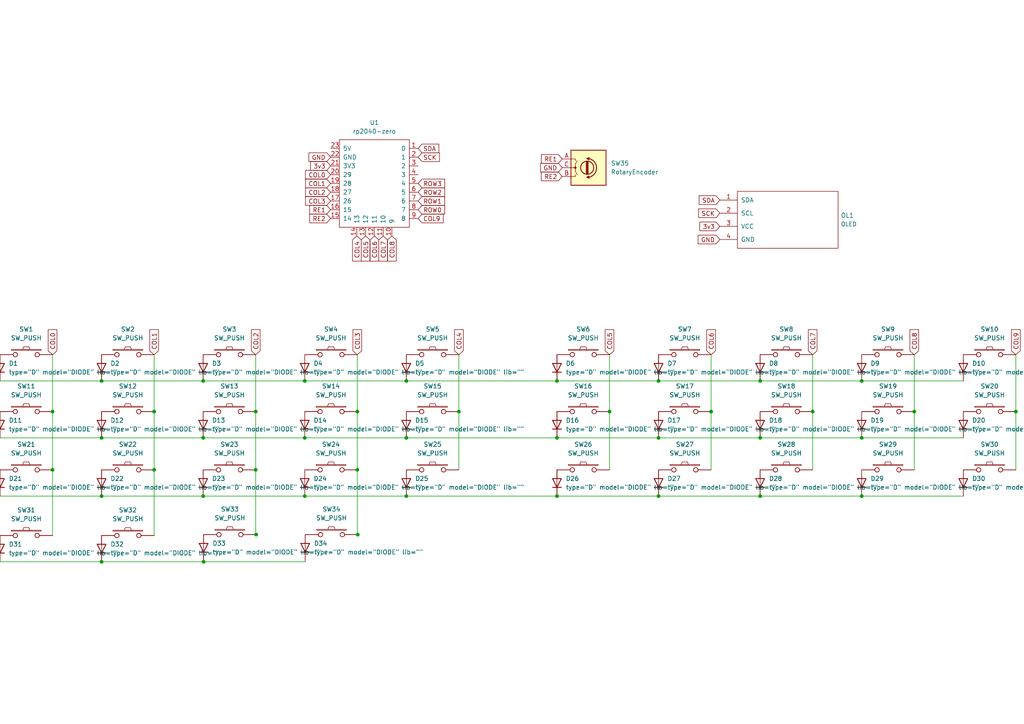
<source format=kicad_sch>
(kicad_sch (version 20211123) (generator eeschema)
  (paper "A4")
  (lib_symbols
    (symbol "Device:RotaryEncoder" (pin_names (offset 0.254) hide)
      (property "Reference" "SW" (at 0 6.604 0))
      (property "Value" "RotaryEncoder" (at 0 -6.604 0))
      (symbol "RotaryEncoder_0_1"
        (rectangle (start -5.08 5.08) (end 5.08 -5.08) (stroke (width 0.254)) (fill (type background)))
        (circle (center -3.81 0) (radius 0.254) (fill (type outline)))
        (arc (start -0.381 -2.794) (mid 2.3622 -0.0508) (end -0.381 2.667) (stroke (width 0.254)))
        (circle (center -0.381 0) (radius 1.905) (stroke (width 0.254)))
        (polyline (pts (xy -0.635 -1.778) (xy -0.635 1.778)) (stroke (width 0.254)))
        (polyline (pts (xy -0.381 -1.778) (xy -0.381 1.778)) (stroke (width 0.254)))
        (polyline (pts (xy -0.127 1.778) (xy -0.127 -1.778)) (stroke (width 0.254)))
        (polyline (pts (xy -5.08 -2.54) (xy -3.81 -2.54) (xy -3.81 -2.032)))
        (polyline (pts (xy -5.08 2.54) (xy -3.81 2.54) (xy -3.81 2.032)))
        (polyline (pts (xy 0.254 -3.048) (xy -0.508 -2.794) (xy 0.127 -2.413)) (stroke (width 0.254)))
        (polyline (pts (xy 0.254 2.921) (xy -0.508 2.667) (xy 0.127 2.286)) (stroke (width 0.254)))
        (polyline (pts (xy -5.08 0) (xy -3.81 0) (xy -3.81 -1.016) (xy -3.302 -2.032)))
        (polyline (pts (xy -4.318 0) (xy -3.81 0) (xy -3.81 1.016) (xy -3.302 2.032)))
      )
      (symbol "RotaryEncoder_1_1"
        (pin passive line (at -7.62 2.54 0) (length 2.54) (name "A") (number "A"))
        (pin passive line (at -7.62 -2.54 0) (length 2.54) (name "B") (number "B"))
        (pin passive line (at -7.62 0 0) (length 2.54) (name "C") (number "C"))
      )
    )
    (symbol "Simulation_SPICE:DIODE" (pin_numbers hide) (pin_names (offset 1.016) hide)
      (property "Reference" "D" (at 0 2.54 0))
      (property "Value" "DIODE" (at 0 -2.54 0))
      (symbol "DIODE_0_1"
        (polyline (pts (xy 1.27 0) (xy -1.27 0)))
        (polyline (pts (xy 1.27 1.27) (xy 1.27 -1.27)) (stroke (width 0.254)))
        (polyline (pts (xy -1.27 -1.27) (xy -1.27 1.27) (xy 1.27 0) (xy -1.27 -1.27)) (stroke (width 0.254)))
      )
      (symbol "DIODE_1_1"
        (pin passive line (at -3.81 0 0) (length 2.54) (name "A") (number "1"))
        (pin passive line (at 3.81 0 180) (length 2.54) (name "K") (number "2"))
      )
    )
    (symbol "kbd:OLED" (pin_names (offset 1.016))
      (property "Reference" "OL" (at 0 2.54 0))
      (property "Value" "OLED" (at 0 -1.27 0))
      (symbol "OLED_0_1"
        (rectangle (start -13.97 8.89) (end 15.24 -7.62))
      )
      (symbol "OLED_1_1"
        (pin bidirectional line (at -19.05 6.35 0) (length 5.08) (name "SDA") (number "1"))
        (pin bidirectional line (at -19.05 2.54 0) (length 5.08) (name "SCL") (number "2"))
        (pin power_in line (at -19.05 -1.27 0) (length 5.08) (name "VCC") (number "3"))
        (pin power_in line (at -19.05 -5.08 0) (length 5.08) (name "GND") (number "4"))
      )
    )
    (symbol "kbd:SW_PUSH" (pin_numbers hide) (pin_names (offset 1.016) hide)
      (property "Reference" "SW" (at 3.81 2.794 0))
      (property "Value" "SW_PUSH" (at 0 -2.032 0))
      (symbol "SW_PUSH_0_1"
        (rectangle (start -4.318 1.27) (end 4.318 1.524))
        (polyline (pts (xy -1.016 1.524) (xy -0.762 2.286) (xy 0.762 2.286) (xy 1.016 1.524)))
        (pin passive inverted (at -7.62 0 0) (length 5.08) (name "1") (number "1"))
        (pin passive inverted (at 7.62 0 180) (length 5.08) (name "2") (number "2"))
      )
    )
    (symbol "mcu:rp2040-zero" (pin_names (offset 1.016))
      (property "Reference" "U" (at 0 15.24 0))
      (property "Value" "rp2040-zero" (at 0 12.7 0))
      (symbol "rp2040-zero_0_1"
        (rectangle (start -10.16 11.43) (end 10.16 -13.97))
      )
      (symbol "rp2040-zero_1_1"
        (pin bidirectional line (at 12.7 8.89 180) (length 2.54) (name "0") (number "1"))
        (pin bidirectional line (at 5.08 -16.51 90) (length 2.54) (name "9") (number "10"))
        (pin bidirectional line (at 2.54 -16.51 90) (length 2.54) (name "10") (number "11"))
        (pin bidirectional line (at 0 -16.51 90) (length 2.54) (name "11") (number "12"))
        (pin bidirectional line (at -2.54 -16.51 90) (length 2.54) (name "12") (number "13"))
        (pin bidirectional line (at -5.08 -16.51 90) (length 2.54) (name "13") (number "14"))
        (pin bidirectional line (at -12.7 -11.43 0) (length 2.54) (name "14") (number "15"))
        (pin bidirectional line (at -12.7 -8.89 0) (length 2.54) (name "15") (number "16"))
        (pin bidirectional line (at -12.7 -6.35 0) (length 2.54) (name "26") (number "17"))
        (pin bidirectional line (at -12.7 -3.81 0) (length 2.54) (name "27") (number "18"))
        (pin bidirectional line (at -12.7 -1.27 0) (length 2.54) (name "28") (number "19"))
        (pin bidirectional line (at 12.7 6.35 180) (length 2.54) (name "1") (number "2"))
        (pin bidirectional line (at -12.7 1.27 0) (length 2.54) (name "29") (number "20"))
        (pin power_out line (at -12.7 3.81 0) (length 2.54) (name "3V3") (number "21"))
        (pin power_out line (at -12.7 6.35 0) (length 2.54) (name "GND") (number "22"))
        (pin power_out line (at -12.7 8.89 0) (length 2.54) (name "5V") (number "23"))
        (pin bidirectional line (at 12.7 3.81 180) (length 2.54) (name "2") (number "3"))
        (pin bidirectional line (at 12.7 1.27 180) (length 2.54) (name "3") (number "4"))
        (pin bidirectional line (at 12.7 -1.27 180) (length 2.54) (name "4") (number "5"))
        (pin bidirectional line (at 12.7 -3.81 180) (length 2.54) (name "5") (number "6"))
        (pin bidirectional line (at 12.7 -6.35 180) (length 2.54) (name "6") (number "7"))
        (pin bidirectional line (at 12.7 -8.89 180) (length 2.54) (name "7") (number "8"))
        (pin bidirectional line (at 12.7 -11.43 180) (length 2.54) (name "8") (number "9"))
      )
    )
  )
  (junction (at 29.464 127))
  (junction (at 74.295 155.067))
  (junction (at 15.24 136.271))
  (junction (at 103.632 136.271))
  (junction (at 191.008 127))
  (junction (at 88.392 127))
  (junction (at 191.008 110.49))
  (junction (at 220.472 143.891))
  (junction (at 74.168 136.271))
  (junction (at 161.544 143.891))
  (junction (at 117.856 143.891))
  (junction (at 58.928 143.891))
  (junction (at 206.248 119.38))
  (junction (at 29.464 162.941))
  (junction (at 249.936 110.49))
  (junction (at 265.176 119.38))
  (junction (at 161.544 127))
  (junction (at 117.856 127))
  (junction (at 44.704 136.271))
  (junction (at 133.096 119.38))
  (junction (at 29.464 143.891))
  (junction (at 249.936 127))
  (junction (at 220.472 110.49))
  (junction (at 103.632 119.38))
  (junction (at 15.24 119.38))
  (junction (at 88.392 143.891))
  (junction (at 249.936 143.891))
  (junction (at 294.64 119.38))
  (junction (at 191.008 143.891))
  (junction (at 117.856 110.49))
  (junction (at 58.928 110.49))
  (junction (at 235.712 119.38))
  (junction (at 161.544 110.49))
  (junction (at 58.928 127))
  (junction (at 59.055 162.941))
  (junction (at 29.464 110.49))
  (junction (at 176.784 119.38))
  (junction (at 88.392 110.49))
  (junction (at 44.704 119.38))
  (junction (at 220.472 127))
  (junction (at 74.168 119.38))
  (junction (at 103.759 155.067))
  (wire (pts (xy 15.24 136.271) (xy 15.24 155.321)))
  (wire (pts (xy 44.704 119.38) (xy 44.704 136.271)))
  (wire (pts (xy 58.928 127) (xy 88.392 127)))
  (wire (pts (xy 0 143.891) (xy 29.464 143.891)))
  (wire (pts (xy 176.784 119.38) (xy 176.784 136.271)))
  (wire (pts (xy 206.248 102.87) (xy 206.248 119.38)))
  (wire (pts (xy 294.64 119.38) (xy 294.64 136.271)))
  (wire (pts (xy 235.712 102.87) (xy 235.712 119.38)))
  (wire (pts (xy 29.464 143.891) (xy 58.928 143.891)))
  (wire (pts (xy 117.856 110.49) (xy 161.544 110.49)))
  (wire (pts (xy 88.392 127) (xy 117.856 127)))
  (wire (pts (xy 103.632 136.271) (xy 103.632 155.067)))
  (wire (pts (xy 0 127) (xy 29.464 127)))
  (wire (pts (xy 265.176 102.87) (xy 265.176 119.38)))
  (wire (pts (xy 220.472 143.891) (xy 249.936 143.891)))
  (wire (pts (xy 15.24 119.38) (xy 15.24 136.271)))
  (wire (pts (xy 0 110.49) (xy 29.464 110.49)))
  (wire (pts (xy 133.096 119.38) (xy 133.096 136.271)))
  (wire (pts (xy 176.784 102.87) (xy 176.784 119.38)))
  (wire (pts (xy 206.248 119.38) (xy 206.248 136.271)))
  (wire (pts (xy 29.464 110.49) (xy 58.928 110.49)))
  (wire (pts (xy 103.632 119.38) (xy 103.632 136.271)))
  (wire (pts (xy 117.856 143.891) (xy 161.544 143.891)))
  (wire (pts (xy 58.928 110.49) (xy 88.392 110.49)))
  (wire (pts (xy 191.008 143.891) (xy 220.472 143.891)))
  (wire (pts (xy 103.632 102.87) (xy 103.632 119.38)))
  (wire (pts (xy 220.472 127) (xy 249.936 127)))
  (wire (pts (xy 249.936 143.891) (xy 279.4 143.891)))
  (wire (pts (xy 235.712 119.38) (xy 235.712 136.271)))
  (wire (pts (xy 88.392 110.49) (xy 117.856 110.49)))
  (wire (pts (xy 44.704 136.271) (xy 44.704 155.321)))
  (wire (pts (xy 294.64 102.87) (xy 294.64 119.38)))
  (wire (pts (xy 88.519 162.941) (xy 88.519 162.687)))
  (wire (pts (xy 59.055 162.941) (xy 88.519 162.941)))
  (wire (pts (xy 58.928 143.891) (xy 88.392 143.891)))
  (wire (pts (xy 265.176 119.38) (xy 265.176 136.271)))
  (wire (pts (xy 0 162.941) (xy 29.464 162.941)))
  (wire (pts (xy 15.24 102.87) (xy 15.24 119.38)))
  (wire (pts (xy 133.096 102.87) (xy 133.096 119.38)))
  (wire (pts (xy 29.464 127) (xy 58.928 127)))
  (wire (pts (xy 220.472 110.49) (xy 249.936 110.49)))
  (wire (pts (xy 161.544 143.891) (xy 191.008 143.891)))
  (wire (pts (xy 88.392 143.891) (xy 117.856 143.891)))
  (wire (pts (xy 74.168 119.38) (xy 74.168 136.271)))
  (wire (pts (xy 29.464 162.941) (xy 59.055 162.941)))
  (wire (pts (xy 117.856 127) (xy 161.544 127)))
  (wire (pts (xy 249.936 127) (xy 279.4 127)))
  (wire (pts (xy 161.544 110.49) (xy 191.008 110.49)))
  (wire (pts (xy 74.168 136.271) (xy 74.168 155.067)))
  (wire (pts (xy 103.632 155.067) (xy 103.759 155.067)))
  (wire (pts (xy 59.055 162.941) (xy 59.055 162.687)))
  (wire (pts (xy 161.544 127) (xy 191.008 127)))
  (wire (pts (xy 191.008 110.49) (xy 220.472 110.49)))
  (wire (pts (xy 44.704 102.87) (xy 44.704 119.38)))
  (wire (pts (xy 74.168 155.067) (xy 74.295 155.067)))
  (wire (pts (xy 191.008 127) (xy 220.472 127)))
  (wire (pts (xy 249.936 110.49) (xy 279.4 110.49)))
  (wire (pts (xy 74.168 102.87) (xy 74.168 119.38)))
  (global_label "ROW2" (shape input) (at 0 143.891 180) (property "Intersheet References" "${INTERSHEET_REFS}" (effects hide)))
  (global_label "ROW1" (shape input) (at 121.285 58.293 0) (property "Intersheet References" "${INTERSHEET_REFS}" (effects hide)))
  (global_label "SCK" (shape input) (at 208.788 61.849 180) (property "Intersheet References" "${INTERSHEET_REFS}" (effects hide)))
  (global_label "RE1" (shape input) (at 95.885 60.833 180) (property "Intersheet References" "${INTERSHEET_REFS}" (effects hide)))
  (global_label "RE1" (shape input) (at 163.068 46.101 180) (property "Intersheet References" "${INTERSHEET_REFS}" (effects hide)))
  (global_label "RE2" (shape input) (at 95.885 63.373 180) (property "Intersheet References" "${INTERSHEET_REFS}" (effects hide)))
  (global_label "COL6" (shape input) (at 108.585 68.453 270) (property "Intersheet References" "${INTERSHEET_REFS}" (effects hide)))
  (global_label "ROW2" (shape input) (at 121.285 55.753 0) (property "Intersheet References" "${INTERSHEET_REFS}" (effects hide)))
  (global_label "SDA" (shape input) (at 208.788 58.039 180) (property "Intersheet References" "${INTERSHEET_REFS}" (effects hide)))
  (global_label "ROW1" (shape input) (at 0 127 180) (property "Intersheet References" "${INTERSHEET_REFS}" (effects hide)))
  (global_label "COL5" (shape input) (at 176.784 102.87 90) (property "Intersheet References" "${INTERSHEET_REFS}" (effects hide)))
  (global_label "COL3" (shape input) (at 95.885 58.293 180) (property "Intersheet References" "${INTERSHEET_REFS}" (effects hide)))
  (global_label "COL1" (shape input) (at 95.885 53.213 180) (property "Intersheet References" "${INTERSHEET_REFS}" (effects hide)))
  (global_label "COL9" (shape input) (at 121.285 63.373 0) (property "Intersheet References" "${INTERSHEET_REFS}" (effects hide)))
  (global_label "ROW0" (shape input) (at 0 110.49 180) (property "Intersheet References" "${INTERSHEET_REFS}" (effects hide)))
  (global_label "GND" (shape input) (at 95.885 45.593 180) (property "Intersheet References" "${INTERSHEET_REFS}" (effects hide)))
  (global_label "COL5" (shape input) (at 106.045 68.453 270) (property "Intersheet References" "${INTERSHEET_REFS}" (effects hide)))
  (global_label "ROW0" (shape input) (at 121.285 60.833 0) (property "Intersheet References" "${INTERSHEET_REFS}" (effects hide)))
  (global_label "COL3" (shape input) (at 103.632 102.87 90) (property "Intersheet References" "${INTERSHEET_REFS}" (effects hide)))
  (global_label "COL4" (shape input) (at 133.096 102.87 90) (property "Intersheet References" "${INTERSHEET_REFS}" (effects hide)))
  (global_label "COL8" (shape input) (at 113.665 68.453 270) (property "Intersheet References" "${INTERSHEET_REFS}" (effects hide)))
  (global_label "COL1" (shape input) (at 44.704 102.87 90) (property "Intersheet References" "${INTERSHEET_REFS}" (effects hide)))
  (global_label "ROW3" (shape input) (at 0 162.941 180) (property "Intersheet References" "${INTERSHEET_REFS}" (effects hide)))
  (global_label "COL0" (shape input) (at 15.24 102.87 90) (property "Intersheet References" "${INTERSHEET_REFS}" (effects hide)))
  (global_label "ROW3" (shape input) (at 121.285 53.213 0) (property "Intersheet References" "${INTERSHEET_REFS}" (effects hide)))
  (global_label "3v3" (shape input) (at 208.788 65.659 180) (property "Intersheet References" "${INTERSHEET_REFS}" (effects hide)))
  (global_label "COL0" (shape input) (at 95.885 50.673 180) (property "Intersheet References" "${INTERSHEET_REFS}" (effects hide)))
  (global_label "GND" (shape input) (at 163.068 48.641 180) (property "Intersheet References" "${INTERSHEET_REFS}" (effects hide)))
  (global_label "COL4" (shape input) (at 103.505 68.453 270) (property "Intersheet References" "${INTERSHEET_REFS}" (effects hide)))
  (global_label "SCK" (shape input) (at 121.285 45.593 0) (property "Intersheet References" "${INTERSHEET_REFS}" (effects hide)))
  (global_label "RE2" (shape input) (at 163.068 51.181 180) (property "Intersheet References" "${INTERSHEET_REFS}" (effects hide)))
  (global_label "COL8" (shape input) (at 265.176 102.87 90) (property "Intersheet References" "${INTERSHEET_REFS}" (effects hide)))
  (global_label "3v3" (shape input) (at 95.885 48.133 180) (property "Intersheet References" "${INTERSHEET_REFS}" (effects hide)))
  (global_label "GND" (shape input) (at 208.788 69.469 180) (property "Intersheet References" "${INTERSHEET_REFS}" (effects hide)))
  (global_label "COL7" (shape input) (at 235.712 102.87 90) (property "Intersheet References" "${INTERSHEET_REFS}" (effects hide)))
  (global_label "COL2" (shape input) (at 74.168 102.87 90) (property "Intersheet References" "${INTERSHEET_REFS}" (effects hide)))
  (global_label "SDA" (shape input) (at 121.285 43.053 0) (property "Intersheet References" "${INTERSHEET_REFS}" (effects hide)))
  (global_label "COL2" (shape input) (at 95.885 55.753 180) (property "Intersheet References" "${INTERSHEET_REFS}" (effects hide)))
  (global_label "COL9" (shape input) (at 294.64 102.87 90) (property "Intersheet References" "${INTERSHEET_REFS}" (effects hide)))
  (global_label "COL6" (shape input) (at 206.248 102.87 90) (property "Intersheet References" "${INTERSHEET_REFS}" (effects hide)))
  (global_label "COL7" (shape input) (at 111.125 68.453 270) (property "Intersheet References" "${INTERSHEET_REFS}" (effects hide)))
  (symbol (lib_id "kbd:SW_PUSH") (at 169.164 102.87 0) (unit 1)
    (property "Reference" "SW6" (at 169.164 95.504 0))
    (property "Value" "SW_PUSH" (at 169.164 98.044 0))
    (property "Footprint" "kbd:CherryMX_Choc_1u-w3" (effects hide))
  )
  (symbol (lib_id "Simulation_SPICE:DIODE") (at 161.544 106.68 270) (unit 1)
    (property "Reference" "D6" (at 164.084 105.4099 90) (effects (justify left)))
    (property "Value" "DIODE" (at 164.084 107.9499 90) (effects (justify left)))
    (property "Footprint" "Diode_SMD:D_SOD-123" (effects hide))
    (property "Spice_Netlist_Enabled" "Y" (effects hide))
    (property "Spice_Primitive" "D" (effects hide))
  )
  (symbol (lib_id "Simulation_SPICE:DIODE") (at 191.008 123.19 270) (unit 1)
    (property "Reference" "D17" (at 193.548 121.9199 90) (effects (justify left)))
    (property "Value" "DIODE" (at 193.548 124.4599 90) (effects (justify left)))
    (property "Footprint" "Diode_SMD:D_SOD-123" (effects hide))
    (property "Spice_Netlist_Enabled" "Y" (effects hide))
    (property "Spice_Primitive" "D" (effects hide))
  )
  (symbol (lib_id "Simulation_SPICE:DIODE") (at 29.464 159.131 270) (unit 1)
    (property "Reference" "D32" (at 32.004 157.8609 90) (effects (justify left)))
    (property "Value" "DIODE" (at 32.004 160.4009 90) (effects (justify left)))
    (property "Footprint" "Diode_SMD:D_SOD-123" (effects hide))
    (property "Spice_Netlist_Enabled" "Y" (effects hide))
    (property "Spice_Primitive" "D" (effects hide))
  )
  (symbol (lib_id "Simulation_SPICE:DIODE") (at 59.055 158.877 270) (unit 1)
    (property "Reference" "D33" (at 61.595 157.6069 90) (effects (justify left)))
    (property "Value" "DIODE" (at 61.595 160.1469 90) (effects (justify left)))
    (property "Footprint" "Diode_SMD:D_SOD-123" (effects hide))
    (property "Spice_Netlist_Enabled" "Y" (effects hide))
    (property "Spice_Primitive" "D" (effects hide))
  )
  (symbol (lib_id "Simulation_SPICE:DIODE") (at 117.856 140.081 270) (unit 1)
    (property "Reference" "D25" (at 120.396 138.8109 90) (effects (justify left)))
    (property "Value" "DIODE" (at 120.396 141.3509 90) (effects (justify left)))
    (property "Footprint" "Diode_SMD:D_SOD-123" (effects hide))
    (property "Spice_Netlist_Enabled" "Y" (effects hide))
    (property "Spice_Primitive" "D" (effects hide))
  )
  (symbol (lib_id "Simulation_SPICE:DIODE") (at 279.4 140.081 270) (unit 1)
    (property "Reference" "D30" (at 281.94 138.8109 90) (effects (justify left)))
    (property "Value" "DIODE" (at 281.94 141.3509 90) (effects (justify left)))
    (property "Footprint" "Diode_SMD:D_SOD-123" (effects hide))
    (property "Spice_Netlist_Enabled" "Y" (effects hide))
    (property "Spice_Primitive" "D" (effects hide))
  )
  (symbol (lib_id "kbd:SW_PUSH") (at 37.084 136.271 0) (unit 1)
    (property "Reference" "SW22" (at 37.084 128.905 0))
    (property "Value" "SW_PUSH" (at 37.084 131.445 0))
    (property "Footprint" "kbd:CherryMX_Choc_1u-w3" (effects hide))
  )
  (symbol (lib_id "Simulation_SPICE:DIODE") (at 249.936 106.68 270) (unit 1)
    (property "Reference" "D9" (at 252.476 105.4099 90) (effects (justify left)))
    (property "Value" "DIODE" (at 252.476 107.9499 90) (effects (justify left)))
    (property "Footprint" "Diode_SMD:D_SOD-123" (effects hide))
    (property "Spice_Netlist_Enabled" "Y" (effects hide))
    (property "Spice_Primitive" "D" (effects hide))
  )
  (symbol (lib_id "kbd:SW_PUSH") (at 7.62 136.271 0) (unit 1)
    (property "Reference" "SW21" (at 7.62 128.905 0))
    (property "Value" "SW_PUSH" (at 7.62 131.445 0))
    (property "Footprint" "kbd:CherryMX_Choc_1u-w3" (effects hide))
  )
  (symbol (lib_id "Simulation_SPICE:DIODE") (at 88.392 140.081 270) (unit 1)
    (property "Reference" "D24" (at 90.932 138.8109 90) (effects (justify left)))
    (property "Value" "DIODE" (at 90.932 141.3509 90) (effects (justify left)))
    (property "Footprint" "Diode_SMD:D_SOD-123" (effects hide))
    (property "Spice_Netlist_Enabled" "Y" (effects hide))
    (property "Spice_Primitive" "D" (effects hide))
  )
  (symbol (lib_id "kbd:SW_PUSH") (at 96.012 136.271 0) (unit 1)
    (property "Reference" "SW24" (at 96.012 128.905 0))
    (property "Value" "SW_PUSH" (at 96.012 131.445 0))
    (property "Footprint" "kbd:CherryMX_Choc_1u-w3" (effects hide))
  )
  (symbol (lib_id "kbd:SW_PUSH") (at 287.02 136.271 0) (unit 1)
    (property "Reference" "SW30" (at 287.02 128.905 0))
    (property "Value" "SW_PUSH" (at 287.02 131.445 0))
    (property "Footprint" "kbd:CherryMX_Choc_1u-w3" (effects hide))
  )
  (symbol (lib_id "kbd:SW_PUSH") (at 198.628 102.87 0) (unit 1)
    (property "Reference" "SW7" (at 198.628 95.504 0))
    (property "Value" "SW_PUSH" (at 198.628 98.044 0))
    (property "Footprint" "kbd:CherryMX_Choc_1u-w3" (effects hide))
  )
  (symbol (lib_id "Simulation_SPICE:DIODE") (at 29.464 106.68 270) (unit 1)
    (property "Reference" "D2" (at 32.004 105.4099 90) (effects (justify left)))
    (property "Value" "DIODE" (at 32.004 107.9499 90) (effects (justify left)))
    (property "Footprint" "Diode_SMD:D_SOD-123" (effects hide))
    (property "Spice_Netlist_Enabled" "Y" (effects hide))
    (property "Spice_Primitive" "D" (effects hide))
  )
  (symbol (lib_id "kbd:SW_PUSH") (at 96.139 155.067 0) (unit 1)
    (property "Reference" "SW34" (at 96.139 147.701 0))
    (property "Value" "SW_PUSH" (at 96.139 150.241 0))
    (property "Footprint" "kbd:CherryMX_Choc_1u-w3" (effects hide))
  )
  (symbol (lib_id "Simulation_SPICE:DIODE") (at 220.472 140.081 270) (unit 1)
    (property "Reference" "D28" (at 223.012 138.8109 90) (effects (justify left)))
    (property "Value" "DIODE" (at 223.012 141.3509 90) (effects (justify left)))
    (property "Footprint" "Diode_SMD:D_SOD-123" (effects hide))
    (property "Spice_Netlist_Enabled" "Y" (effects hide))
    (property "Spice_Primitive" "D" (effects hide))
  )
  (symbol (lib_id "kbd:SW_PUSH") (at 96.012 119.38 0) (unit 1)
    (property "Reference" "SW14" (at 96.012 112.014 0))
    (property "Value" "SW_PUSH" (at 96.012 114.554 0))
    (property "Footprint" "kbd:CherryMX_Choc_1u-w3" (effects hide))
  )
  (symbol (lib_id "kbd:SW_PUSH") (at 125.476 102.87 0) (unit 1)
    (property "Reference" "SW5" (at 125.476 95.504 0))
    (property "Value" "SW_PUSH" (at 125.476 98.044 0))
    (property "Footprint" "kbd:CherryMX_Choc_1u-w3" (effects hide))
  )
  (symbol (lib_id "kbd:SW_PUSH") (at 37.084 102.87 0) (unit 1)
    (property "Reference" "SW2" (at 37.084 95.504 0))
    (property "Value" "SW_PUSH" (at 37.084 98.044 0))
    (property "Footprint" "kbd:CherryMX_Choc_1u-w3" (effects hide))
  )
  (symbol (lib_id "Simulation_SPICE:DIODE") (at 161.544 140.081 270) (unit 1)
    (property "Reference" "D26" (at 164.084 138.8109 90) (effects (justify left)))
    (property "Value" "DIODE" (at 164.084 141.3509 90) (effects (justify left)))
    (property "Footprint" "Diode_SMD:D_SOD-123" (effects hide))
    (property "Spice_Netlist_Enabled" "Y" (effects hide))
    (property "Spice_Primitive" "D" (effects hide))
  )
  (symbol (lib_id "kbd:SW_PUSH") (at 96.012 102.87 0) (unit 1)
    (property "Reference" "SW4" (at 96.012 95.504 0))
    (property "Value" "SW_PUSH" (at 96.012 98.044 0))
    (property "Footprint" "kbd:CherryMX_Choc_1u-w3" (effects hide))
  )
  (symbol (lib_id "Simulation_SPICE:DIODE") (at 191.008 140.081 270) (unit 1)
    (property "Reference" "D27" (at 193.548 138.8109 90) (effects (justify left)))
    (property "Value" "DIODE" (at 193.548 141.3509 90) (effects (justify left)))
    (property "Footprint" "Diode_SMD:D_SOD-123" (effects hide))
    (property "Spice_Netlist_Enabled" "Y" (effects hide))
    (property "Spice_Primitive" "D" (effects hide))
  )
  (symbol (lib_id "kbd:SW_PUSH") (at 287.02 102.87 0) (unit 1)
    (property "Reference" "SW10" (at 287.02 95.504 0))
    (property "Value" "SW_PUSH" (at 287.02 98.044 0))
    (property "Footprint" "kbd:CherryMX_Choc_1u-w3" (effects hide))
  )
  (symbol (lib_id "Simulation_SPICE:DIODE") (at 29.464 123.19 270) (unit 1)
    (property "Reference" "D12" (at 32.004 121.9199 90) (effects (justify left)))
    (property "Value" "DIODE" (at 32.004 124.4599 90) (effects (justify left)))
    (property "Footprint" "Diode_SMD:D_SOD-123" (effects hide))
    (property "Spice_Netlist_Enabled" "Y" (effects hide))
    (property "Spice_Primitive" "D" (effects hide))
  )
  (symbol (lib_id "kbd:SW_PUSH") (at 228.092 102.87 0) (unit 1)
    (property "Reference" "SW8" (at 228.092 95.504 0))
    (property "Value" "SW_PUSH" (at 228.092 98.044 0))
    (property "Footprint" "kbd:CherryMX_Choc_1u-w3" (effects hide))
  )
  (symbol (lib_id "Simulation_SPICE:DIODE") (at 117.856 123.19 270) (unit 1)
    (property "Reference" "D15" (at 120.396 121.9199 90) (effects (justify left)))
    (property "Value" "DIODE" (at 120.396 124.4599 90) (effects (justify left)))
    (property "Footprint" "Diode_SMD:D_SOD-123" (effects hide))
    (property "Spice_Netlist_Enabled" "Y" (effects hide))
    (property "Spice_Primitive" "D" (effects hide))
  )
  (symbol (lib_id "kbd:OLED") (at 227.838 64.389 0) (unit 1)
    (property "Reference" "OL1" (at 243.84 62.484 0) (effects (font (size 1.2954 1.2954)) (justify left)))
    (property "Value" "OLED" (at 243.84 65.024 0) (effects (font (size 1.1938 1.1938)) (justify left)))
    (property "Footprint" "kbd:OLED_v2" (effects hide))
  )
  (symbol (lib_id "kbd:SW_PUSH") (at 7.62 155.321 0) (unit 1)
    (property "Reference" "SW31" (at 7.62 147.955 0))
    (property "Value" "SW_PUSH" (at 7.62 150.495 0))
    (property "Footprint" "kbd:CherryMX_Choc_1u-w3" (effects hide))
  )
  (symbol (lib_id "Simulation_SPICE:DIODE") (at 220.472 106.68 270) (unit 1)
    (property "Reference" "D8" (at 223.012 105.4099 90) (effects (justify left)))
    (property "Value" "DIODE" (at 223.012 107.9499 90) (effects (justify left)))
    (property "Footprint" "Diode_SMD:D_SOD-123" (effects hide))
    (property "Spice_Netlist_Enabled" "Y" (effects hide))
    (property "Spice_Primitive" "D" (effects hide))
  )
  (symbol (lib_id "kbd:SW_PUSH") (at 198.628 136.271 0) (unit 1)
    (property "Reference" "SW27" (at 198.628 128.905 0))
    (property "Value" "SW_PUSH" (at 198.628 131.445 0))
    (property "Footprint" "kbd:CherryMX_Choc_1u-w3" (effects hide))
  )
  (symbol (lib_id "Simulation_SPICE:DIODE") (at 249.936 123.19 270) (unit 1)
    (property "Reference" "D19" (at 252.476 121.9199 90) (effects (justify left)))
    (property "Value" "DIODE" (at 252.476 124.4599 90) (effects (justify left)))
    (property "Footprint" "Diode_SMD:D_SOD-123" (effects hide))
    (property "Spice_Netlist_Enabled" "Y" (effects hide))
    (property "Spice_Primitive" "D" (effects hide))
  )
  (symbol (lib_id "Simulation_SPICE:DIODE") (at 88.519 158.877 270) (unit 1)
    (property "Reference" "D34" (at 91.059 157.6069 90) (effects (justify left)))
    (property "Value" "DIODE" (at 91.059 160.1469 90) (effects (justify left)))
    (property "Footprint" "Diode_SMD:D_SOD-123" (effects hide))
    (property "Spice_Netlist_Enabled" "Y" (effects hide))
    (property "Spice_Primitive" "D" (effects hide))
  )
  (symbol (lib_id "kbd:SW_PUSH") (at 125.476 119.38 0) (unit 1)
    (property "Reference" "SW15" (at 125.476 112.014 0))
    (property "Value" "SW_PUSH" (at 125.476 114.554 0))
    (property "Footprint" "kbd:CherryMX_Choc_1u-w3" (effects hide))
  )
  (symbol (lib_id "kbd:SW_PUSH") (at 169.164 136.271 0) (unit 1)
    (property "Reference" "SW26" (at 169.164 128.905 0))
    (property "Value" "SW_PUSH" (at 169.164 131.445 0))
    (property "Footprint" "kbd:CherryMX_Choc_1u-w3" (effects hide))
  )
  (symbol (lib_id "Simulation_SPICE:DIODE") (at 29.464 140.081 270) (unit 1)
    (property "Reference" "D22" (at 32.004 138.8109 90) (effects (justify left)))
    (property "Value" "DIODE" (at 32.004 141.3509 90) (effects (justify left)))
    (property "Footprint" "Diode_SMD:D_SOD-123" (effects hide))
    (property "Spice_Netlist_Enabled" "Y" (effects hide))
    (property "Spice_Primitive" "D" (effects hide))
  )
  (symbol (lib_id "kbd:SW_PUSH") (at 169.164 119.38 0) (unit 1)
    (property "Reference" "SW16" (at 169.164 112.014 0))
    (property "Value" "SW_PUSH" (at 169.164 114.554 0))
    (property "Footprint" "kbd:CherryMX_Choc_1u-w3" (effects hide))
  )
  (symbol (lib_id "kbd:SW_PUSH") (at 228.092 136.271 0) (unit 1)
    (property "Reference" "SW28" (at 228.092 128.905 0))
    (property "Value" "SW_PUSH" (at 228.092 131.445 0))
    (property "Footprint" "kbd:CherryMX_Choc_1u-w3" (effects hide))
  )
  (symbol (lib_id "Simulation_SPICE:DIODE") (at 58.928 106.68 270) (unit 1)
    (property "Reference" "D3" (at 61.468 105.4099 90) (effects (justify left)))
    (property "Value" "DIODE" (at 61.468 107.9499 90) (effects (justify left)))
    (property "Footprint" "Diode_SMD:D_SOD-123" (effects hide))
    (property "Spice_Netlist_Enabled" "Y" (effects hide))
    (property "Spice_Primitive" "D" (effects hide))
  )
  (symbol (lib_id "Simulation_SPICE:DIODE") (at 0 106.68 270) (unit 1)
    (property "Reference" "D1" (at 2.54 105.4099 90) (effects (justify left)))
    (property "Value" "DIODE" (at 2.54 107.9499 90) (effects (justify left)))
    (property "Footprint" "Diode_SMD:D_SOD-123" (effects hide))
    (property "Spice_Netlist_Enabled" "Y" (effects hide))
    (property "Spice_Primitive" "D" (effects hide))
  )
  (symbol (lib_id "mcu:rp2040-zero") (at 108.585 51.943 0) (unit 1)
    (property "Reference" "U1" (at 108.585 35.56 0))
    (property "Value" "rp2040-zero" (at 108.585 38.1 0))
    (property "Footprint" "mcu:rp2040-zero-smd-no-cut" (effects hide))
  )
  (symbol (lib_id "kbd:SW_PUSH") (at 7.62 102.87 0) (unit 1)
    (property "Reference" "SW1" (at 7.62 95.504 0))
    (property "Value" "SW_PUSH" (at 7.62 98.044 0))
    (property "Footprint" "kbd:CherryMX_Choc_1u-w3" (effects hide))
  )
  (symbol (lib_id "Simulation_SPICE:DIODE") (at 58.928 140.081 270) (unit 1)
    (property "Reference" "D23" (at 61.468 138.8109 90) (effects (justify left)))
    (property "Value" "DIODE" (at 61.468 141.3509 90) (effects (justify left)))
    (property "Footprint" "Diode_SMD:D_SOD-123" (effects hide))
    (property "Spice_Netlist_Enabled" "Y" (effects hide))
    (property "Spice_Primitive" "D" (effects hide))
  )
  (symbol (lib_id "kbd:SW_PUSH") (at 287.02 119.38 0) (unit 1)
    (property "Reference" "SW20" (at 287.02 112.014 0))
    (property "Value" "SW_PUSH" (at 287.02 114.554 0))
    (property "Footprint" "kbd:CherryMX_Choc_1u-w3" (effects hide))
  )
  (symbol (lib_id "kbd:SW_PUSH") (at 66.548 119.38 0) (unit 1)
    (property "Reference" "SW13" (at 66.548 112.014 0))
    (property "Value" "SW_PUSH" (at 66.548 114.554 0))
    (property "Footprint" "kbd:CherryMX_Choc_1u-w3" (effects hide))
  )
  (symbol (lib_id "Simulation_SPICE:DIODE") (at 117.856 106.68 270) (unit 1)
    (property "Reference" "D5" (at 120.396 105.4099 90) (effects (justify left)))
    (property "Value" "DIODE" (at 120.396 107.9499 90) (effects (justify left)))
    (property "Footprint" "Diode_SMD:D_SOD-123" (effects hide))
    (property "Spice_Netlist_Enabled" "Y" (effects hide))
    (property "Spice_Primitive" "D" (effects hide))
  )
  (symbol (lib_id "kbd:SW_PUSH") (at 37.084 155.321 0) (unit 1)
    (property "Reference" "SW32" (at 37.084 147.955 0))
    (property "Value" "SW_PUSH" (at 37.084 150.495 0))
    (property "Footprint" "kbd:CherryMX_Choc_1u-w3" (effects hide))
  )
  (symbol (lib_id "Simulation_SPICE:DIODE") (at 191.008 106.68 270) (unit 1)
    (property "Reference" "D7" (at 193.548 105.4099 90) (effects (justify left)))
    (property "Value" "DIODE" (at 193.548 107.9499 90) (effects (justify left)))
    (property "Footprint" "Diode_SMD:D_SOD-123" (effects hide))
    (property "Spice_Netlist_Enabled" "Y" (effects hide))
    (property "Spice_Primitive" "D" (effects hide))
  )
  (symbol (lib_id "Simulation_SPICE:DIODE") (at 88.392 106.68 270) (unit 1)
    (property "Reference" "D4" (at 90.932 105.4099 90) (effects (justify left)))
    (property "Value" "DIODE" (at 90.932 107.9499 90) (effects (justify left)))
    (property "Footprint" "Diode_SMD:D_SOD-123" (effects hide))
    (property "Spice_Netlist_Enabled" "Y" (effects hide))
    (property "Spice_Primitive" "D" (effects hide))
  )
  (symbol (lib_id "kbd:SW_PUSH") (at 257.556 136.271 0) (unit 1)
    (property "Reference" "SW29" (at 257.556 128.905 0))
    (property "Value" "SW_PUSH" (at 257.556 131.445 0))
    (property "Footprint" "kbd:CherryMX_Choc_1u-w3" (effects hide))
  )
  (symbol (lib_id "Simulation_SPICE:DIODE") (at 58.928 123.19 270) (unit 1)
    (property "Reference" "D13" (at 61.468 121.9199 90) (effects (justify left)))
    (property "Value" "DIODE" (at 61.468 124.4599 90) (effects (justify left)))
    (property "Footprint" "Diode_SMD:D_SOD-123" (effects hide))
    (property "Spice_Netlist_Enabled" "Y" (effects hide))
    (property "Spice_Primitive" "D" (effects hide))
  )
  (symbol (lib_id "kbd:SW_PUSH") (at 257.556 102.87 0) (unit 1)
    (property "Reference" "SW9" (at 257.556 95.504 0))
    (property "Value" "SW_PUSH" (at 257.556 98.044 0))
    (property "Footprint" "kbd:CherryMX_Choc_1u-w3" (effects hide))
  )
  (symbol (lib_id "kbd:SW_PUSH") (at 125.476 136.271 0) (unit 1)
    (property "Reference" "SW25" (at 125.476 128.905 0))
    (property "Value" "SW_PUSH" (at 125.476 131.445 0))
    (property "Footprint" "kbd:CherryMX_Choc_1u-w3" (effects hide))
  )
  (symbol (lib_id "kbd:SW_PUSH") (at 228.092 119.38 0) (unit 1)
    (property "Reference" "SW18" (at 228.092 112.014 0))
    (property "Value" "SW_PUSH" (at 228.092 114.554 0))
    (property "Footprint" "kbd:CherryMX_Choc_1u-w3" (effects hide))
  )
  (symbol (lib_id "kbd:SW_PUSH") (at 198.628 119.38 0) (unit 1)
    (property "Reference" "SW17" (at 198.628 112.014 0))
    (property "Value" "SW_PUSH" (at 198.628 114.554 0))
    (property "Footprint" "kbd:CherryMX_Choc_1u-w3" (effects hide))
  )
  (symbol (lib_id "Simulation_SPICE:DIODE") (at 0 159.131 270) (unit 1)
    (property "Reference" "D31" (at 2.54 157.8609 90) (effects (justify left)))
    (property "Value" "DIODE" (at 2.54 160.4009 90) (effects (justify left)))
    (property "Footprint" "Diode_SMD:D_SOD-123" (effects hide))
    (property "Spice_Netlist_Enabled" "Y" (effects hide))
    (property "Spice_Primitive" "D" (effects hide))
  )
  (symbol (lib_id "kbd:SW_PUSH") (at 66.675 155.067 0) (unit 1)
    (property "Reference" "SW33" (at 66.675 147.701 0))
    (property "Value" "SW_PUSH" (at 66.675 150.241 0))
    (property "Footprint" "kbd:CherryMX_Choc_1u-w3" (effects hide))
  )
  (symbol (lib_id "Simulation_SPICE:DIODE") (at 0 140.081 270) (unit 1)
    (property "Reference" "D21" (at 2.54 138.8109 90) (effects (justify left)))
    (property "Value" "DIODE" (at 2.54 141.3509 90) (effects (justify left)))
    (property "Footprint" "Diode_SMD:D_SOD-123" (effects hide))
    (property "Spice_Netlist_Enabled" "Y" (effects hide))
    (property "Spice_Primitive" "D" (effects hide))
  )
  (symbol (lib_id "Simulation_SPICE:DIODE") (at 279.4 123.19 270) (unit 1)
    (property "Reference" "D20" (at 281.94 121.9199 90) (effects (justify left)))
    (property "Value" "DIODE" (at 281.94 124.4599 90) (effects (justify left)))
    (property "Footprint" "Diode_SMD:D_SOD-123" (effects hide))
    (property "Spice_Netlist_Enabled" "Y" (effects hide))
    (property "Spice_Primitive" "D" (effects hide))
  )
  (symbol (lib_id "kbd:SW_PUSH") (at 7.62 119.38 0) (unit 1)
    (property "Reference" "SW11" (at 7.62 112.014 0))
    (property "Value" "SW_PUSH" (at 7.62 114.554 0))
    (property "Footprint" "kbd:CherryMX_Choc_1u-w3" (effects hide))
  )
  (symbol (lib_id "kbd:SW_PUSH") (at 37.084 119.38 0) (unit 1)
    (property "Reference" "SW12" (at 37.084 112.014 0))
    (property "Value" "SW_PUSH" (at 37.084 114.554 0))
    (property "Footprint" "kbd:CherryMX_Choc_1u-w3" (effects hide))
  )
  (symbol (lib_id "Simulation_SPICE:DIODE") (at 220.472 123.19 270) (unit 1)
    (property "Reference" "D18" (at 223.012 121.9199 90) (effects (justify left)))
    (property "Value" "DIODE" (at 223.012 124.4599 90) (effects (justify left)))
    (property "Footprint" "Diode_SMD:D_SOD-123" (effects hide))
    (property "Spice_Netlist_Enabled" "Y" (effects hide))
    (property "Spice_Primitive" "D" (effects hide))
  )
  (symbol (lib_id "Simulation_SPICE:DIODE") (at 249.936 140.081 270) (unit 1)
    (property "Reference" "D29" (at 252.476 138.8109 90) (effects (justify left)))
    (property "Value" "DIODE" (at 252.476 141.3509 90) (effects (justify left)))
    (property "Footprint" "Diode_SMD:D_SOD-123" (effects hide))
    (property "Spice_Netlist_Enabled" "Y" (effects hide))
    (property "Spice_Primitive" "D" (effects hide))
  )
  (symbol (lib_id "Simulation_SPICE:DIODE") (at 161.544 123.19 270) (unit 1)
    (property "Reference" "D16" (at 164.084 121.9199 90) (effects (justify left)))
    (property "Value" "DIODE" (at 164.084 124.4599 90) (effects (justify left)))
    (property "Footprint" "Diode_SMD:D_SOD-123" (effects hide))
    (property "Spice_Netlist_Enabled" "Y" (effects hide))
    (property "Spice_Primitive" "D" (effects hide))
  )
  (symbol (lib_id "Device:RotaryEncoder") (at 170.688 48.641 0) (unit 1)
    (property "Reference" "SW35" (at 177.165 47.3709 0) (effects (justify left)))
    (property "Value" "RotaryEncoder" (at 177.165 49.9109 0) (effects (justify left)))
    (property "Footprint" "Rotary_Encoder:RotaryEncoder_Alps_EC12E_Vertical_H20mm" (effects hide))
  )
  (symbol (lib_id "kbd:SW_PUSH") (at 257.556 119.38 0) (unit 1)
    (property "Reference" "SW19" (at 257.556 112.014 0))
    (property "Value" "SW_PUSH" (at 257.556 114.554 0))
    (property "Footprint" "kbd:CherryMX_Choc_1u-w3" (effects hide))
  )
  (symbol (lib_id "kbd:SW_PUSH") (at 66.548 102.87 0) (unit 1)
    (property "Reference" "SW3" (at 66.548 95.504 0))
    (property "Value" "SW_PUSH" (at 66.548 98.044 0))
    (property "Footprint" "kbd:CherryMX_Choc_1u-w3" (effects hide))
  )
  (symbol (lib_id "Simulation_SPICE:DIODE") (at 0 123.19 270) (unit 1)
    (property "Reference" "D11" (at 2.54 121.9199 90) (effects (justify left)))
    (property "Value" "DIODE" (at 2.54 124.4599 90) (effects (justify left)))
    (property "Footprint" "Diode_SMD:D_SOD-123" (effects hide))
    (property "Spice_Netlist_Enabled" "Y" (effects hide))
    (property "Spice_Primitive" "D" (effects hide))
  )
  (symbol (lib_id "Simulation_SPICE:DIODE") (at 279.4 106.68 270) (unit 1)
    (property "Reference" "D10" (at 281.94 105.4099 90) (effects (justify left)))
    (property "Value" "DIODE" (at 281.94 107.9499 90) (effects (justify left)))
    (property "Footprint" "Diode_SMD:D_SOD-123" (effects hide))
    (property "Spice_Netlist_Enabled" "Y" (effects hide))
    (property "Spice_Primitive" "D" (effects hide))
  )
  (symbol (lib_id "Simulation_SPICE:DIODE") (at 88.392 123.19 270) (unit 1)
    (property "Reference" "D14" (at 90.932 121.9199 90) (effects (justify left)))
    (property "Value" "DIODE" (at 90.932 124.4599 90) (effects (justify left)))
    (property "Footprint" "Diode_SMD:D_SOD-123" (effects hide))
    (property "Spice_Netlist_Enabled" "Y" (effects hide))
    (property "Spice_Primitive" "D" (effects hide))
  )
  (symbol (lib_id "kbd:SW_PUSH") (at 66.548 136.271 0) (unit 1)
    (property "Reference" "SW23" (at 66.548 128.905 0))
    (property "Value" "SW_PUSH" (at 66.548 131.445 0))
    (property "Footprint" "kbd:CherryMX_Choc_1u-w3" (effects hide))
  )
)
</source>
